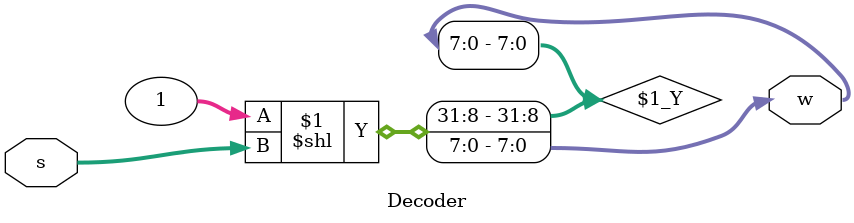
<source format=v>
module Decoder(input[2:0] s,output[7:0] w);
  assign w = 1<<s;
endmodule
</source>
